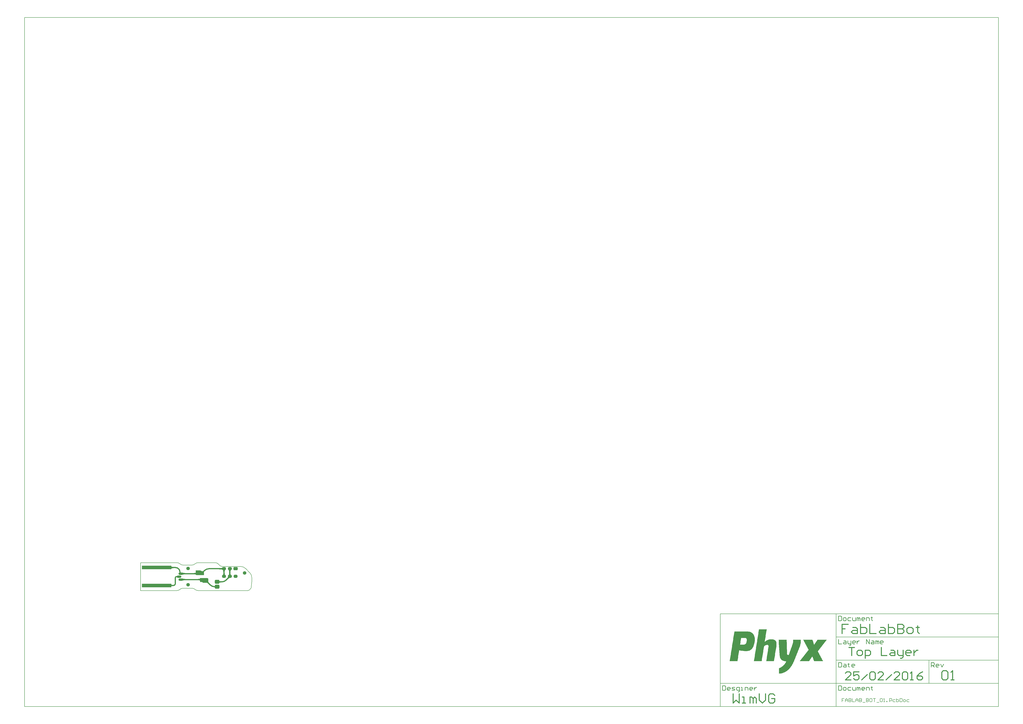
<source format=gtl>
G04 Layer_Physical_Order=1*
G04 Layer_Color=48896*
%FSLAX25Y25*%
%MOIN*%
G70*
G01*
G75*
%ADD10C,0.01969*%
%ADD11R,0.50000X0.05906*%
%ADD12C,0.01575*%
%ADD13C,0.00787*%
%ADD14C,0.00984*%
%ADD15R,0.07264X0.06890*%
%ADD16R,0.07284X0.06890*%
G04:AMPARAMS|DCode=17|XSize=70.87mil|YSize=55.12mil|CornerRadius=13.78mil|HoleSize=0mil|Usage=FLASHONLY|Rotation=180.000|XOffset=0mil|YOffset=0mil|HoleType=Round|Shape=RoundedRectangle|*
%AMROUNDEDRECTD17*
21,1,0.07087,0.02756,0,0,180.0*
21,1,0.04331,0.05512,0,0,180.0*
1,1,0.02756,-0.02165,0.01378*
1,1,0.02756,0.02165,0.01378*
1,1,0.02756,0.02165,-0.01378*
1,1,0.02756,-0.02165,-0.01378*
%
%ADD17ROUNDEDRECTD17*%
%ADD18O,0.07087X0.05512*%
%ADD19O,0.07874X0.03937*%
%ADD20O,0.07874X0.03937*%
%ADD21R,0.06890X0.06890*%
%ADD22C,0.05906*%
G04:AMPARAMS|DCode=23|XSize=78.74mil|YSize=68.9mil|CornerRadius=17.22mil|HoleSize=0mil|Usage=FLASHONLY|Rotation=0.000|XOffset=0mil|YOffset=0mil|HoleType=Round|Shape=RoundedRectangle|*
%AMROUNDEDRECTD23*
21,1,0.07874,0.03445,0,0,0.0*
21,1,0.04429,0.06890,0,0,0.0*
1,1,0.03445,0.02215,-0.01722*
1,1,0.03445,-0.02215,-0.01722*
1,1,0.03445,-0.02215,0.01722*
1,1,0.03445,0.02215,0.01722*
%
%ADD23ROUNDEDRECTD23*%
G36*
X100910Y16654D02*
X100851Y16841D01*
X100673Y17008D01*
X100377Y17155D01*
X99963Y17284D01*
X99430Y17392D01*
X98779Y17480D01*
X97123Y17598D01*
X94992Y17638D01*
Y19606D01*
X96117Y19616D01*
X99430Y19852D01*
X99963Y19961D01*
X100377Y20089D01*
X100673Y20236D01*
X100851Y20403D01*
X100910Y20591D01*
Y16654D01*
D02*
G37*
G36*
X71455Y20353D02*
X71980Y20196D01*
X72557Y20058D01*
X73872Y19837D01*
X74609Y19754D01*
X77139Y19615D01*
X78088Y19606D01*
Y17638D01*
X77139Y17629D01*
X73872Y17407D01*
X73188Y17306D01*
X71980Y17048D01*
X71455Y16891D01*
X70983Y16716D01*
Y20528D01*
X71455Y20353D01*
D02*
G37*
G36*
X151498Y21271D02*
X151301Y21315D01*
X151026Y21258D01*
X150676Y21099D01*
X150249Y20839D01*
X149746Y20476D01*
X148511Y19445D01*
X146970Y18007D01*
X146086Y17135D01*
X144556Y18389D01*
X145384Y19230D01*
X147658Y21811D01*
X147966Y22260D01*
X148170Y22631D01*
X148270Y22923D01*
X148266Y23137D01*
X148158Y23272D01*
X151498Y21271D01*
D02*
G37*
G36*
X52510Y9721D02*
X52612Y9697D01*
X52781Y9676D01*
X53324Y9642D01*
X55866Y9606D01*
Y7638D01*
X52476Y7496D01*
Y9748D01*
X52510Y9721D01*
D02*
G37*
G36*
X113462Y21075D02*
X114279Y20736D01*
X114805Y20333D01*
X114961Y20177D01*
Y15023D01*
X115028Y14877D01*
X115283Y14473D01*
X115647Y13984D01*
X116698Y12749D01*
X119086Y10259D01*
X117507Y9054D01*
X116607Y9942D01*
X113333Y12816D01*
X112924Y13076D01*
X112687Y13189D01*
X107194D01*
X106472Y13284D01*
X105572Y13657D01*
X104994Y14100D01*
X104823Y14272D01*
Y17532D01*
X103894Y17598D01*
X101765Y17638D01*
Y19606D01*
X102887Y19611D01*
X104823Y19742D01*
Y21161D01*
X112805D01*
X113462Y21075D01*
D02*
G37*
G36*
X133891Y16117D02*
X134021Y16040D01*
X134238Y15971D01*
X134541Y15912D01*
X134931Y15862D01*
X135971Y15789D01*
X138181Y15748D01*
Y13780D01*
X137357Y13775D01*
X134238Y13556D01*
X134021Y13488D01*
X133891Y13410D01*
X133848Y13323D01*
Y16204D01*
X133891Y16117D01*
D02*
G37*
G36*
X71455Y30353D02*
X71980Y30196D01*
X72557Y30058D01*
X73872Y29837D01*
X74609Y29754D01*
X77139Y29616D01*
X78088Y29606D01*
Y27638D01*
X77139Y27629D01*
X73872Y27407D01*
X73188Y27306D01*
X71980Y27048D01*
X71455Y26891D01*
X70983Y26716D01*
Y30528D01*
X71455Y30353D01*
D02*
G37*
G36*
X139026Y35049D02*
X138960Y35234D01*
X138764Y35400D01*
X138436Y35546D01*
X137977Y35673D01*
X137387Y35780D01*
X136666Y35868D01*
X134830Y35985D01*
X132471Y36024D01*
Y37992D01*
X133716Y38002D01*
X137387Y38236D01*
X137977Y38343D01*
X138436Y38470D01*
X138764Y38616D01*
X138960Y38782D01*
X139026Y38967D01*
Y35049D01*
D02*
G37*
G36*
X52535Y40797D02*
X52713Y40630D01*
X53009Y40482D01*
X53423Y40354D01*
X53955Y40246D01*
X54606Y40157D01*
X56263Y40039D01*
X58394Y40000D01*
Y38032D01*
X57269Y38022D01*
X53955Y37785D01*
X53423Y37677D01*
X53009Y37549D01*
X52713Y37402D01*
X52535Y37234D01*
X52476Y37047D01*
Y40984D01*
X52535Y40797D01*
D02*
G37*
G36*
X102190Y33960D02*
X103089Y33588D01*
X103667Y33144D01*
X103839Y32972D01*
Y26083D01*
X95857D01*
X95200Y26169D01*
X94382Y26508D01*
X93857Y26911D01*
X93701Y27067D01*
Y27212D01*
X93682Y27242D01*
X93505Y27325D01*
X93209Y27398D01*
X92796Y27462D01*
X91615Y27560D01*
X88957Y27633D01*
X87835Y27638D01*
Y29606D01*
X88959Y29616D01*
X92272Y29852D01*
X92804Y29961D01*
X93219Y30089D01*
X93515Y30236D01*
X93693Y30404D01*
X93701Y30428D01*
Y34055D01*
X101467D01*
X102190Y33960D01*
D02*
G37*
G36*
X143509Y34477D02*
X143343Y34291D01*
X143196Y33983D01*
X143069Y33551D01*
X142961Y32995D01*
X142873Y32316D01*
X142771Y30821D01*
X142961Y28029D01*
X143069Y27473D01*
X143196Y27041D01*
X143343Y26732D01*
X143509Y26547D01*
X143695Y26485D01*
X139769D01*
X139955Y26547D01*
X140122Y26732D01*
X140269Y27041D01*
X140396Y27473D01*
X140503Y28029D01*
X140592Y28708D01*
X140693Y30203D01*
X140503Y32995D01*
X140396Y33551D01*
X140269Y33983D01*
X140122Y34291D01*
X139955Y34477D01*
X139769Y34538D01*
X143695D01*
X143509Y34477D01*
D02*
G37*
G36*
X153352D02*
X153185Y34291D01*
X153039Y33983D01*
X152911Y33551D01*
X152804Y32995D01*
X152716Y32316D01*
X152614Y30821D01*
X152804Y28029D01*
X152911Y27473D01*
X153039Y27041D01*
X153185Y26732D01*
X153352Y26547D01*
X153538Y26485D01*
X149612D01*
X149798Y26547D01*
X149964Y26732D01*
X150111Y27041D01*
X150238Y27473D01*
X150346Y28029D01*
X150434Y28708D01*
X150536Y30203D01*
X150346Y32995D01*
X150238Y33551D01*
X150111Y33983D01*
X149964Y34291D01*
X149798Y34477D01*
X149612Y34538D01*
X153538D01*
X153352Y34477D01*
D02*
G37*
G36*
X1121080Y-83717D02*
Y-84003D01*
Y-84290D01*
Y-84576D01*
Y-84862D01*
Y-85149D01*
Y-85435D01*
Y-85721D01*
Y-86007D01*
Y-86294D01*
Y-86580D01*
Y-86866D01*
Y-87153D01*
Y-87439D01*
Y-87725D01*
Y-88012D01*
Y-88298D01*
Y-88584D01*
Y-88871D01*
Y-89157D01*
Y-89443D01*
X1120793D01*
Y-89730D01*
Y-90016D01*
Y-90302D01*
Y-90588D01*
Y-90875D01*
X1120507D01*
Y-91161D01*
Y-91448D01*
Y-91734D01*
Y-92020D01*
X1120221D01*
Y-92306D01*
Y-92593D01*
Y-92879D01*
Y-93165D01*
X1119934D01*
Y-93452D01*
Y-93738D01*
Y-94024D01*
X1119648D01*
Y-94311D01*
Y-94597D01*
Y-94883D01*
X1119362D01*
Y-95170D01*
Y-95456D01*
Y-95742D01*
X1119075D01*
Y-96029D01*
Y-96315D01*
Y-96601D01*
X1118789D01*
Y-96887D01*
Y-97174D01*
X1118503D01*
Y-97460D01*
Y-97746D01*
X1118217D01*
Y-98033D01*
Y-98319D01*
Y-98605D01*
X1117930D01*
Y-98892D01*
Y-99178D01*
X1117644D01*
Y-99464D01*
Y-99751D01*
Y-100037D01*
X1117358D01*
Y-100323D01*
Y-100610D01*
X1117071D01*
Y-100896D01*
Y-101182D01*
Y-101468D01*
X1116785D01*
Y-101755D01*
Y-102041D01*
X1116499D01*
Y-102327D01*
Y-102614D01*
Y-102900D01*
X1116212D01*
Y-103186D01*
Y-103473D01*
X1115926D01*
Y-103759D01*
Y-104045D01*
Y-104332D01*
X1115640D01*
Y-104618D01*
Y-104904D01*
X1115353D01*
Y-105191D01*
Y-105477D01*
Y-105763D01*
X1115067D01*
Y-106049D01*
Y-106336D01*
X1114781D01*
Y-106622D01*
Y-106908D01*
Y-107195D01*
X1114494D01*
Y-107481D01*
Y-107767D01*
X1114208D01*
Y-108054D01*
Y-108340D01*
Y-108626D01*
X1113922D01*
Y-108913D01*
Y-109199D01*
X1113636D01*
Y-109485D01*
Y-109772D01*
Y-110058D01*
X1113349D01*
Y-110344D01*
Y-110630D01*
X1113063D01*
Y-110917D01*
Y-111203D01*
Y-111489D01*
X1112776D01*
Y-111776D01*
Y-112062D01*
X1112490D01*
Y-112348D01*
Y-112635D01*
Y-112921D01*
X1112204D01*
Y-113207D01*
Y-113494D01*
X1111918D01*
Y-113780D01*
Y-114066D01*
Y-114353D01*
X1111631D01*
Y-114639D01*
Y-114925D01*
X1111345D01*
Y-115211D01*
Y-115498D01*
Y-115784D01*
X1111059D01*
Y-116070D01*
Y-116357D01*
X1110772D01*
Y-116643D01*
Y-116929D01*
Y-117216D01*
X1110486D01*
Y-117502D01*
Y-117788D01*
X1110200D01*
Y-118075D01*
Y-118361D01*
Y-118647D01*
X1109913D01*
Y-118933D01*
Y-119220D01*
X1109627D01*
Y-119506D01*
Y-119792D01*
Y-120079D01*
X1109341D01*
Y-120365D01*
Y-120651D01*
X1109054D01*
Y-120938D01*
Y-121224D01*
X1108768D01*
Y-121510D01*
Y-121797D01*
X1108482D01*
Y-122083D01*
Y-122369D01*
Y-122656D01*
X1108195D01*
Y-122942D01*
X1107909D01*
Y-123228D01*
Y-123514D01*
Y-123801D01*
X1107623D01*
Y-124087D01*
X1107337D01*
Y-124373D01*
Y-124660D01*
X1107050D01*
Y-124946D01*
Y-125232D01*
X1106764D01*
Y-125519D01*
Y-125805D01*
X1106478D01*
Y-126091D01*
Y-126378D01*
X1106191D01*
Y-126664D01*
X1105905D01*
Y-126950D01*
Y-127237D01*
X1105619D01*
Y-127523D01*
Y-127809D01*
X1105332D01*
Y-128095D01*
X1105046D01*
Y-128382D01*
X1104760D01*
Y-128668D01*
Y-128954D01*
X1104473D01*
Y-129241D01*
X1104187D01*
Y-129527D01*
Y-129813D01*
X1103901D01*
Y-130100D01*
X1103615D01*
Y-130386D01*
X1103328D01*
Y-130672D01*
Y-130959D01*
X1103042D01*
Y-131245D01*
X1102756D01*
Y-131531D01*
X1102469D01*
Y-131818D01*
X1102183D01*
Y-132104D01*
X1101897D01*
Y-132390D01*
Y-132676D01*
X1101610D01*
Y-132963D01*
X1101324D01*
Y-133249D01*
X1101038D01*
Y-133535D01*
X1100751D01*
Y-133822D01*
X1100465D01*
Y-134108D01*
X1100179D01*
Y-134394D01*
X1099892D01*
Y-134681D01*
X1099320D01*
Y-134967D01*
X1099034D01*
Y-135253D01*
X1098747D01*
Y-135540D01*
X1098461D01*
Y-135826D01*
X1098175D01*
Y-136112D01*
X1097602D01*
Y-136399D01*
X1097316D01*
Y-136685D01*
X1096743D01*
Y-136971D01*
X1096457D01*
Y-137258D01*
X1095884D01*
Y-137544D01*
X1095598D01*
Y-137830D01*
X1095025D01*
Y-138117D01*
X1094452D01*
Y-138403D01*
X1093880D01*
Y-138689D01*
X1093307D01*
Y-138975D01*
X1092735D01*
Y-139262D01*
X1091876D01*
Y-139548D01*
X1091303D01*
Y-139834D01*
X1090444D01*
Y-140121D01*
X1089299D01*
Y-140407D01*
X1088154D01*
Y-140693D01*
X1086436D01*
Y-140980D01*
X1084432D01*
Y-141266D01*
X1084145D01*
Y-140980D01*
Y-140693D01*
Y-140407D01*
Y-140121D01*
Y-139834D01*
Y-139548D01*
Y-139262D01*
Y-138975D01*
Y-138689D01*
Y-138403D01*
Y-138117D01*
Y-137830D01*
Y-137544D01*
Y-137258D01*
Y-136971D01*
Y-136685D01*
Y-136399D01*
Y-136112D01*
Y-135826D01*
Y-135540D01*
Y-135253D01*
Y-134967D01*
Y-134681D01*
Y-134394D01*
Y-134108D01*
Y-133822D01*
Y-133535D01*
Y-133249D01*
Y-132963D01*
Y-132676D01*
Y-132390D01*
Y-132104D01*
Y-131818D01*
X1084718D01*
Y-131531D01*
X1085291D01*
Y-131245D01*
X1085863D01*
Y-130959D01*
X1086436D01*
Y-130672D01*
X1087008D01*
Y-130386D01*
X1087581D01*
Y-130100D01*
X1087867D01*
Y-129813D01*
X1088440D01*
Y-129527D01*
X1088726D01*
Y-129241D01*
X1089299D01*
Y-128954D01*
X1089585D01*
Y-128668D01*
X1089872D01*
Y-128382D01*
X1090444D01*
Y-128095D01*
X1090730D01*
Y-127809D01*
X1091017D01*
Y-127523D01*
X1091303D01*
Y-127237D01*
X1091589D01*
Y-126950D01*
X1091876D01*
Y-126664D01*
X1092162D01*
Y-126378D01*
X1092448D01*
Y-126091D01*
X1092735D01*
Y-125805D01*
X1093021D01*
Y-125519D01*
X1093307D01*
Y-125232D01*
X1093594D01*
Y-124946D01*
Y-124660D01*
X1093880D01*
Y-124373D01*
X1094166D01*
Y-124087D01*
X1094452D01*
Y-123801D01*
Y-123514D01*
X1094739D01*
Y-123228D01*
X1095025D01*
Y-122942D01*
Y-122656D01*
X1095311D01*
Y-122369D01*
Y-122083D01*
X1095598D01*
Y-121797D01*
X1095884D01*
Y-121510D01*
Y-121224D01*
X1096170D01*
Y-120938D01*
Y-120651D01*
X1096457D01*
Y-120365D01*
Y-120079D01*
X1094739D01*
Y-119792D01*
X1092735D01*
Y-119506D01*
X1091589D01*
Y-119220D01*
X1091017D01*
Y-118933D01*
X1090158D01*
Y-118647D01*
X1089585D01*
Y-118361D01*
X1089299D01*
Y-118075D01*
X1088726D01*
Y-117788D01*
X1088440D01*
Y-117502D01*
X1088154D01*
Y-117216D01*
X1087867D01*
Y-116929D01*
X1087581D01*
Y-116643D01*
X1087295D01*
Y-116357D01*
Y-116070D01*
X1087008D01*
Y-115784D01*
X1086722D01*
Y-115498D01*
Y-115211D01*
X1086436D01*
Y-114925D01*
Y-114639D01*
X1086149D01*
Y-114353D01*
Y-114066D01*
X1085863D01*
Y-113780D01*
Y-113494D01*
Y-113207D01*
X1085577D01*
Y-112921D01*
Y-112635D01*
Y-112348D01*
Y-112062D01*
X1085291D01*
Y-111776D01*
Y-111489D01*
Y-111203D01*
Y-110917D01*
Y-110630D01*
Y-110344D01*
Y-110058D01*
X1085004D01*
Y-109772D01*
Y-109485D01*
Y-109199D01*
Y-108913D01*
Y-108626D01*
Y-108340D01*
Y-108054D01*
Y-107767D01*
Y-107481D01*
Y-107195D01*
Y-106908D01*
Y-106622D01*
Y-106336D01*
Y-106049D01*
Y-105763D01*
X1084718D01*
Y-105477D01*
Y-105191D01*
Y-104904D01*
Y-104618D01*
Y-104332D01*
Y-104045D01*
Y-103759D01*
Y-103473D01*
Y-103186D01*
Y-102900D01*
Y-102614D01*
Y-102327D01*
Y-102041D01*
Y-101755D01*
Y-101468D01*
X1084432D01*
Y-101182D01*
Y-100896D01*
Y-100610D01*
Y-100323D01*
Y-100037D01*
Y-99751D01*
Y-99464D01*
Y-99178D01*
Y-98892D01*
Y-98605D01*
Y-98319D01*
Y-98033D01*
Y-97746D01*
Y-97460D01*
Y-97174D01*
Y-96887D01*
X1084145D01*
Y-96601D01*
Y-96315D01*
Y-96029D01*
Y-95742D01*
Y-95456D01*
Y-95170D01*
Y-94883D01*
Y-94597D01*
Y-94311D01*
Y-94024D01*
Y-93738D01*
Y-93452D01*
Y-93165D01*
Y-92879D01*
Y-92593D01*
Y-92306D01*
X1083859D01*
Y-92020D01*
Y-91734D01*
Y-91448D01*
Y-91161D01*
Y-90875D01*
Y-90588D01*
Y-90302D01*
Y-90016D01*
Y-89730D01*
Y-89443D01*
Y-89157D01*
Y-88871D01*
Y-88584D01*
Y-88298D01*
X1083573D01*
Y-88012D01*
Y-87725D01*
Y-87439D01*
Y-87153D01*
Y-86866D01*
Y-86580D01*
Y-86294D01*
Y-86007D01*
Y-85721D01*
Y-85435D01*
Y-85149D01*
Y-84862D01*
Y-84576D01*
Y-84290D01*
Y-84003D01*
Y-83717D01*
X1083286D01*
Y-83431D01*
X1097029D01*
Y-83717D01*
Y-84003D01*
Y-84290D01*
Y-84576D01*
Y-84862D01*
Y-85149D01*
Y-85435D01*
Y-85721D01*
Y-86007D01*
Y-86294D01*
Y-86580D01*
Y-86866D01*
Y-87153D01*
Y-87439D01*
X1097316D01*
Y-87725D01*
Y-88012D01*
Y-88298D01*
Y-88584D01*
Y-88871D01*
Y-89157D01*
Y-89443D01*
Y-89730D01*
Y-90016D01*
Y-90302D01*
Y-90588D01*
Y-90875D01*
Y-91161D01*
Y-91448D01*
Y-91734D01*
Y-92020D01*
Y-92306D01*
Y-92593D01*
Y-92879D01*
Y-93165D01*
Y-93452D01*
Y-93738D01*
Y-94024D01*
Y-94311D01*
Y-94597D01*
Y-94883D01*
Y-95170D01*
Y-95456D01*
Y-95742D01*
Y-96029D01*
Y-96315D01*
Y-96601D01*
Y-96887D01*
Y-97174D01*
Y-97460D01*
Y-97746D01*
Y-98033D01*
Y-98319D01*
Y-98605D01*
Y-98892D01*
Y-99178D01*
X1097602D01*
Y-99464D01*
X1097316D01*
Y-99751D01*
Y-100037D01*
X1097602D01*
Y-100323D01*
Y-100610D01*
Y-100896D01*
Y-101182D01*
Y-101468D01*
Y-101755D01*
Y-102041D01*
Y-102327D01*
Y-102614D01*
Y-102900D01*
Y-103186D01*
Y-103473D01*
Y-103759D01*
Y-104045D01*
Y-104332D01*
Y-104618D01*
Y-104904D01*
Y-105191D01*
Y-105477D01*
Y-105763D01*
Y-106049D01*
Y-106336D01*
Y-106622D01*
Y-106908D01*
Y-107195D01*
Y-107481D01*
X1097888D01*
Y-107767D01*
Y-108054D01*
Y-108340D01*
X1098175D01*
Y-108626D01*
X1098461D01*
Y-108913D01*
X1098747D01*
Y-109199D01*
X1099606D01*
Y-109485D01*
X1100465D01*
Y-109199D01*
X1100751D01*
Y-108913D01*
Y-108626D01*
Y-108340D01*
X1101038D01*
Y-108054D01*
Y-107767D01*
X1101324D01*
Y-107481D01*
Y-107195D01*
Y-106908D01*
X1101610D01*
Y-106622D01*
Y-106336D01*
Y-106049D01*
X1101897D01*
Y-105763D01*
Y-105477D01*
Y-105191D01*
X1102183D01*
Y-104904D01*
Y-104618D01*
Y-104332D01*
X1102469D01*
Y-104045D01*
Y-103759D01*
X1102756D01*
Y-103473D01*
Y-103186D01*
Y-102900D01*
X1103042D01*
Y-102614D01*
Y-102327D01*
Y-102041D01*
X1103328D01*
Y-101755D01*
Y-101468D01*
Y-101182D01*
X1103615D01*
Y-100896D01*
Y-100610D01*
X1103901D01*
Y-100323D01*
Y-100037D01*
Y-99751D01*
X1104187D01*
Y-99464D01*
Y-99178D01*
Y-98892D01*
X1104473D01*
Y-98605D01*
Y-98319D01*
Y-98033D01*
X1104760D01*
Y-97746D01*
Y-97460D01*
X1105046D01*
Y-97174D01*
Y-96887D01*
Y-96601D01*
X1105332D01*
Y-96315D01*
Y-96029D01*
Y-95742D01*
X1105619D01*
Y-95456D01*
Y-95170D01*
Y-94883D01*
X1105905D01*
Y-94597D01*
Y-94311D01*
X1106191D01*
Y-94024D01*
Y-93738D01*
Y-93452D01*
X1106478D01*
Y-93165D01*
Y-92879D01*
Y-92593D01*
X1106764D01*
Y-92306D01*
Y-92020D01*
Y-91734D01*
X1107050D01*
Y-91448D01*
Y-91161D01*
Y-90875D01*
Y-90588D01*
X1107337D01*
Y-90302D01*
Y-90016D01*
Y-89730D01*
Y-89443D01*
X1107623D01*
Y-89157D01*
Y-88871D01*
Y-88584D01*
Y-88298D01*
Y-88012D01*
X1107909D01*
Y-87725D01*
Y-87439D01*
Y-87153D01*
Y-86866D01*
Y-86580D01*
Y-86294D01*
X1108195D01*
Y-86007D01*
Y-85721D01*
Y-85435D01*
Y-85149D01*
Y-84862D01*
Y-84576D01*
Y-84290D01*
Y-84003D01*
Y-83717D01*
Y-83431D01*
X1121080D01*
Y-83717D01*
D02*
G37*
G36*
X1063244Y-66252D02*
Y-66538D01*
X1062958D01*
Y-66825D01*
Y-67111D01*
Y-67397D01*
Y-67684D01*
Y-67970D01*
Y-68256D01*
X1062672D01*
Y-68542D01*
Y-68829D01*
Y-69115D01*
Y-69401D01*
Y-69688D01*
Y-69974D01*
X1062385D01*
Y-70260D01*
Y-70547D01*
Y-70833D01*
Y-71119D01*
Y-71406D01*
Y-71692D01*
Y-71978D01*
X1062099D01*
Y-72264D01*
Y-72551D01*
Y-72837D01*
Y-73123D01*
Y-73410D01*
Y-73696D01*
X1061813D01*
Y-73982D01*
Y-74269D01*
Y-74555D01*
Y-74841D01*
Y-75128D01*
Y-75414D01*
X1061526D01*
Y-75700D01*
Y-75987D01*
Y-76273D01*
Y-76559D01*
Y-76846D01*
Y-77132D01*
Y-77418D01*
X1061240D01*
Y-77704D01*
Y-77991D01*
Y-78277D01*
Y-78563D01*
Y-78850D01*
Y-79136D01*
X1060954D01*
Y-79422D01*
Y-79709D01*
Y-79995D01*
Y-80281D01*
Y-80568D01*
Y-80854D01*
X1060668D01*
Y-81140D01*
Y-81427D01*
Y-81713D01*
Y-81999D01*
Y-82285D01*
Y-82572D01*
X1060381D01*
Y-82858D01*
Y-83144D01*
Y-83431D01*
Y-83717D01*
Y-84003D01*
Y-84290D01*
Y-84576D01*
X1060095D01*
Y-84862D01*
Y-85149D01*
Y-85435D01*
Y-85721D01*
Y-86007D01*
Y-86294D01*
X1059809D01*
Y-86580D01*
Y-86866D01*
X1060381D01*
Y-86580D01*
X1060668D01*
Y-86294D01*
X1060954D01*
Y-86007D01*
X1061526D01*
Y-85721D01*
X1061813D01*
Y-85435D01*
X1062099D01*
Y-85149D01*
X1062672D01*
Y-84862D01*
X1063244D01*
Y-84576D01*
X1063531D01*
Y-84290D01*
X1064103D01*
Y-84003D01*
X1064962D01*
Y-83717D01*
X1065535D01*
Y-83431D01*
X1066394D01*
Y-83144D01*
X1067825D01*
Y-82858D01*
X1074124D01*
Y-83144D01*
X1075270D01*
Y-83431D01*
X1076128D01*
Y-83717D01*
X1076701D01*
Y-84003D01*
X1076987D01*
Y-84290D01*
X1077560D01*
Y-84576D01*
X1077846D01*
Y-84862D01*
X1078133D01*
Y-85149D01*
X1078419D01*
Y-85435D01*
X1078705D01*
Y-85721D01*
Y-86007D01*
X1078992D01*
Y-86294D01*
Y-86580D01*
X1079278D01*
Y-86866D01*
Y-87153D01*
Y-87439D01*
X1079564D01*
Y-87725D01*
Y-88012D01*
Y-88298D01*
Y-88584D01*
X1079850D01*
Y-88871D01*
Y-89157D01*
Y-89443D01*
Y-89730D01*
Y-90016D01*
Y-90302D01*
Y-90588D01*
Y-90875D01*
Y-91161D01*
Y-91448D01*
Y-91734D01*
Y-92020D01*
Y-92306D01*
Y-92593D01*
Y-92879D01*
Y-93165D01*
Y-93452D01*
Y-93738D01*
X1079564D01*
Y-94024D01*
Y-94311D01*
Y-94597D01*
Y-94883D01*
Y-95170D01*
Y-95456D01*
Y-95742D01*
X1079278D01*
Y-96029D01*
Y-96315D01*
Y-96601D01*
Y-96887D01*
Y-97174D01*
Y-97460D01*
Y-97746D01*
X1078992D01*
Y-98033D01*
Y-98319D01*
Y-98605D01*
Y-98892D01*
Y-99178D01*
Y-99464D01*
X1078705D01*
Y-99751D01*
Y-100037D01*
Y-100323D01*
Y-100610D01*
Y-100896D01*
Y-101182D01*
X1078419D01*
Y-101468D01*
Y-101755D01*
Y-102041D01*
Y-102327D01*
Y-102614D01*
Y-102900D01*
X1078133D01*
Y-103186D01*
Y-103473D01*
Y-103759D01*
Y-104045D01*
Y-104332D01*
Y-104618D01*
Y-104904D01*
X1077846D01*
Y-105191D01*
Y-105477D01*
Y-105763D01*
Y-106049D01*
Y-106336D01*
Y-106622D01*
X1077560D01*
Y-106908D01*
Y-107195D01*
Y-107481D01*
Y-107767D01*
Y-108054D01*
Y-108340D01*
X1077274D01*
Y-108626D01*
Y-108913D01*
Y-109199D01*
Y-109485D01*
Y-109772D01*
Y-110058D01*
Y-110344D01*
X1076987D01*
Y-110630D01*
Y-110917D01*
Y-111203D01*
Y-111489D01*
Y-111776D01*
Y-112062D01*
X1076701D01*
Y-112348D01*
Y-112635D01*
Y-112921D01*
Y-113207D01*
Y-113494D01*
Y-113780D01*
X1076415D01*
Y-114066D01*
Y-114353D01*
Y-114639D01*
Y-114925D01*
Y-115211D01*
Y-115498D01*
X1076128D01*
Y-115784D01*
Y-116070D01*
Y-116357D01*
Y-116643D01*
Y-116929D01*
Y-117216D01*
Y-117502D01*
X1075842D01*
Y-117788D01*
Y-118075D01*
Y-118361D01*
Y-118647D01*
Y-118933D01*
Y-119220D01*
X1075556D01*
Y-119506D01*
Y-119792D01*
X1062385D01*
Y-119506D01*
Y-119220D01*
X1062672D01*
Y-118933D01*
Y-118647D01*
Y-118361D01*
Y-118075D01*
Y-117788D01*
Y-117502D01*
X1062958D01*
Y-117216D01*
Y-116929D01*
Y-116643D01*
Y-116357D01*
Y-116070D01*
Y-115784D01*
Y-115498D01*
X1063244D01*
Y-115211D01*
Y-114925D01*
Y-114639D01*
Y-114353D01*
Y-114066D01*
Y-113780D01*
X1063531D01*
Y-113494D01*
Y-113207D01*
Y-112921D01*
Y-112635D01*
Y-112348D01*
Y-112062D01*
X1063817D01*
Y-111776D01*
Y-111489D01*
Y-111203D01*
Y-110917D01*
Y-110630D01*
Y-110344D01*
Y-110058D01*
X1064103D01*
Y-109772D01*
Y-109485D01*
Y-109199D01*
Y-108913D01*
Y-108626D01*
Y-108340D01*
X1064390D01*
Y-108054D01*
Y-107767D01*
Y-107481D01*
Y-107195D01*
Y-106908D01*
Y-106622D01*
Y-106336D01*
X1064676D01*
Y-106049D01*
Y-105763D01*
Y-105477D01*
Y-105191D01*
Y-104904D01*
Y-104618D01*
X1064962D01*
Y-104332D01*
Y-104045D01*
Y-103759D01*
Y-103473D01*
Y-103186D01*
Y-102900D01*
X1065249D01*
Y-102614D01*
Y-102327D01*
Y-102041D01*
Y-101755D01*
Y-101468D01*
Y-101182D01*
X1065535D01*
Y-100896D01*
Y-100610D01*
Y-100323D01*
Y-100037D01*
Y-99751D01*
Y-99464D01*
Y-99178D01*
X1065821D01*
Y-98892D01*
Y-98605D01*
Y-98319D01*
Y-98033D01*
Y-97746D01*
Y-97460D01*
X1066107D01*
Y-97174D01*
Y-96887D01*
Y-96601D01*
Y-96315D01*
Y-96029D01*
Y-95742D01*
Y-95456D01*
X1066394D01*
Y-95170D01*
Y-94883D01*
Y-94597D01*
Y-94311D01*
Y-94024D01*
Y-93738D01*
X1066107D01*
Y-93452D01*
Y-93165D01*
X1065821D01*
Y-92879D01*
X1065535D01*
Y-92593D01*
X1064962D01*
Y-92306D01*
X1063244D01*
Y-92593D01*
X1061813D01*
Y-92879D01*
X1060954D01*
Y-93165D01*
X1060381D01*
Y-93452D01*
X1060095D01*
Y-93738D01*
X1059522D01*
Y-94024D01*
X1059236D01*
Y-94311D01*
X1058950D01*
Y-94597D01*
Y-94883D01*
X1058663D01*
Y-95170D01*
Y-95456D01*
Y-95742D01*
X1058377D01*
Y-96029D01*
Y-96315D01*
Y-96601D01*
Y-96887D01*
Y-97174D01*
Y-97460D01*
X1058091D01*
Y-97746D01*
Y-98033D01*
Y-98319D01*
Y-98605D01*
Y-98892D01*
Y-99178D01*
Y-99464D01*
X1057804D01*
Y-99751D01*
Y-100037D01*
Y-100323D01*
Y-100610D01*
Y-100896D01*
Y-101182D01*
X1057518D01*
Y-101468D01*
Y-101755D01*
Y-102041D01*
Y-102327D01*
Y-102614D01*
Y-102900D01*
X1057232D01*
Y-103186D01*
Y-103473D01*
Y-103759D01*
Y-104045D01*
Y-104332D01*
Y-104618D01*
X1056946D01*
Y-104904D01*
Y-105191D01*
Y-105477D01*
Y-105763D01*
Y-106049D01*
Y-106336D01*
Y-106622D01*
X1056659D01*
Y-106908D01*
Y-107195D01*
Y-107481D01*
Y-107767D01*
Y-108054D01*
Y-108340D01*
X1056373D01*
Y-108626D01*
Y-108913D01*
Y-109199D01*
Y-109485D01*
Y-109772D01*
Y-110058D01*
X1056087D01*
Y-110344D01*
Y-110630D01*
Y-110917D01*
Y-111203D01*
Y-111489D01*
Y-111776D01*
Y-112062D01*
X1055800D01*
Y-112348D01*
Y-112635D01*
Y-112921D01*
Y-113207D01*
Y-113494D01*
Y-113780D01*
X1055514D01*
Y-114066D01*
Y-114353D01*
Y-114639D01*
Y-114925D01*
Y-115211D01*
Y-115498D01*
X1055228D01*
Y-115784D01*
Y-116070D01*
Y-116357D01*
Y-116643D01*
Y-116929D01*
Y-117216D01*
X1054941D01*
Y-117502D01*
Y-117788D01*
Y-118075D01*
Y-118361D01*
Y-118647D01*
Y-118933D01*
Y-119220D01*
X1054655D01*
Y-119506D01*
Y-119792D01*
X1041485D01*
Y-119506D01*
Y-119220D01*
X1041771D01*
Y-118933D01*
Y-118647D01*
Y-118361D01*
Y-118075D01*
Y-117788D01*
Y-117502D01*
Y-117216D01*
X1042057D01*
Y-116929D01*
Y-116643D01*
Y-116357D01*
Y-116070D01*
Y-115784D01*
Y-115498D01*
X1042344D01*
Y-115211D01*
Y-114925D01*
Y-114639D01*
Y-114353D01*
Y-114066D01*
Y-113780D01*
X1042630D01*
Y-113494D01*
Y-113207D01*
Y-112921D01*
Y-112635D01*
Y-112348D01*
Y-112062D01*
Y-111776D01*
X1042916D01*
Y-111489D01*
Y-111203D01*
Y-110917D01*
Y-110630D01*
Y-110344D01*
Y-110058D01*
X1043202D01*
Y-109772D01*
Y-109485D01*
Y-109199D01*
Y-108913D01*
Y-108626D01*
Y-108340D01*
X1043489D01*
Y-108054D01*
Y-107767D01*
Y-107481D01*
Y-107195D01*
Y-106908D01*
Y-106622D01*
X1043775D01*
Y-106336D01*
Y-106049D01*
Y-105763D01*
Y-105477D01*
Y-105191D01*
Y-104904D01*
Y-104618D01*
X1044061D01*
Y-104332D01*
Y-104045D01*
Y-103759D01*
Y-103473D01*
Y-103186D01*
Y-102900D01*
X1044348D01*
Y-102614D01*
Y-102327D01*
Y-102041D01*
Y-101755D01*
Y-101468D01*
Y-101182D01*
X1044634D01*
Y-100896D01*
Y-100610D01*
Y-100323D01*
Y-100037D01*
Y-99751D01*
Y-99464D01*
Y-99178D01*
X1044920D01*
Y-98892D01*
Y-98605D01*
Y-98319D01*
Y-98033D01*
Y-97746D01*
Y-97460D01*
X1045207D01*
Y-97174D01*
Y-96887D01*
Y-96601D01*
Y-96315D01*
Y-96029D01*
Y-95742D01*
X1045493D01*
Y-95456D01*
Y-95170D01*
Y-94883D01*
Y-94597D01*
Y-94311D01*
Y-94024D01*
X1045779D01*
Y-93738D01*
Y-93452D01*
Y-93165D01*
Y-92879D01*
Y-92593D01*
Y-92306D01*
Y-92020D01*
X1046066D01*
Y-91734D01*
Y-91448D01*
Y-91161D01*
Y-90875D01*
Y-90588D01*
Y-90302D01*
X1046352D01*
Y-90016D01*
Y-89730D01*
Y-89443D01*
Y-89157D01*
Y-88871D01*
Y-88584D01*
X1046638D01*
Y-88298D01*
Y-88012D01*
Y-87725D01*
Y-87439D01*
Y-87153D01*
Y-86866D01*
X1046925D01*
Y-86580D01*
Y-86294D01*
Y-86007D01*
Y-85721D01*
Y-85435D01*
Y-85149D01*
Y-84862D01*
X1047211D01*
Y-84576D01*
Y-84290D01*
Y-84003D01*
Y-83717D01*
Y-83431D01*
Y-83144D01*
X1047497D01*
Y-82858D01*
Y-82572D01*
Y-82285D01*
Y-81999D01*
Y-81713D01*
Y-81427D01*
X1047783D01*
Y-81140D01*
Y-80854D01*
Y-80568D01*
Y-80281D01*
Y-79995D01*
Y-79709D01*
Y-79422D01*
X1048070D01*
Y-79136D01*
Y-78850D01*
Y-78563D01*
Y-78277D01*
Y-77991D01*
Y-77704D01*
X1048356D01*
Y-77418D01*
Y-77132D01*
Y-76846D01*
Y-76559D01*
Y-76273D01*
Y-75987D01*
X1048642D01*
Y-75700D01*
Y-75414D01*
Y-75128D01*
Y-74841D01*
Y-74555D01*
Y-74269D01*
X1048929D01*
Y-73982D01*
Y-73696D01*
Y-73410D01*
Y-73123D01*
Y-72837D01*
Y-72551D01*
Y-72264D01*
X1049215D01*
Y-71978D01*
Y-71692D01*
Y-71406D01*
Y-71119D01*
Y-70833D01*
Y-70547D01*
X1049501D01*
Y-70260D01*
Y-69974D01*
Y-69688D01*
Y-69401D01*
Y-69115D01*
Y-68829D01*
X1049788D01*
Y-68542D01*
Y-68256D01*
Y-67970D01*
Y-67684D01*
Y-67397D01*
Y-67111D01*
Y-66825D01*
X1050074D01*
Y-66538D01*
Y-66252D01*
Y-65966D01*
X1063244D01*
Y-66252D01*
D02*
G37*
G36*
X1032036Y-69688D02*
X1033754D01*
Y-69974D01*
X1034613D01*
Y-70260D01*
X1035472D01*
Y-70547D01*
X1036331D01*
Y-70833D01*
X1036904D01*
Y-71119D01*
X1037190D01*
Y-71406D01*
X1037763D01*
Y-71692D01*
X1038049D01*
Y-71978D01*
X1038622D01*
Y-72264D01*
X1038908D01*
Y-72551D01*
X1039194D01*
Y-72837D01*
X1039480D01*
Y-73123D01*
X1039767D01*
Y-73410D01*
X1040053D01*
Y-73696D01*
X1040339D01*
Y-73982D01*
Y-74269D01*
X1040626D01*
Y-74555D01*
X1040912D01*
Y-74841D01*
Y-75128D01*
X1041198D01*
Y-75414D01*
X1041485D01*
Y-75700D01*
Y-75987D01*
X1041771D01*
Y-76273D01*
Y-76559D01*
Y-76846D01*
X1042057D01*
Y-77132D01*
Y-77418D01*
Y-77704D01*
X1042344D01*
Y-77991D01*
Y-78277D01*
Y-78563D01*
Y-78850D01*
X1042630D01*
Y-79136D01*
Y-79422D01*
Y-79709D01*
Y-79995D01*
Y-80281D01*
X1042916D01*
Y-80568D01*
Y-80854D01*
Y-81140D01*
Y-81427D01*
Y-81713D01*
Y-81999D01*
Y-82285D01*
Y-82572D01*
Y-82858D01*
Y-83144D01*
Y-83431D01*
Y-83717D01*
Y-84003D01*
Y-84290D01*
Y-84576D01*
Y-84862D01*
Y-85149D01*
Y-85435D01*
Y-85721D01*
Y-86007D01*
X1042630D01*
Y-86294D01*
Y-86580D01*
Y-86866D01*
Y-87153D01*
Y-87439D01*
Y-87725D01*
Y-88012D01*
X1042344D01*
Y-88298D01*
Y-88584D01*
Y-88871D01*
Y-89157D01*
Y-89443D01*
X1042057D01*
Y-89730D01*
Y-90016D01*
Y-90302D01*
Y-90588D01*
Y-90875D01*
X1041771D01*
Y-91161D01*
Y-91448D01*
Y-91734D01*
X1041485D01*
Y-92020D01*
Y-92306D01*
Y-92593D01*
Y-92879D01*
X1041198D01*
Y-93165D01*
Y-93452D01*
Y-93738D01*
X1040912D01*
Y-94024D01*
Y-94311D01*
X1040626D01*
Y-94597D01*
Y-94883D01*
Y-95170D01*
X1040339D01*
Y-95456D01*
Y-95742D01*
X1040053D01*
Y-96029D01*
Y-96315D01*
X1039767D01*
Y-96601D01*
Y-96887D01*
X1039480D01*
Y-97174D01*
X1039194D01*
Y-97460D01*
Y-97746D01*
X1038908D01*
Y-98033D01*
X1038622D01*
Y-98319D01*
X1038335D01*
Y-98605D01*
Y-98892D01*
X1038049D01*
Y-99178D01*
X1037763D01*
Y-99464D01*
X1037476D01*
Y-99751D01*
X1037190D01*
Y-100037D01*
X1036904D01*
Y-100323D01*
X1036331D01*
Y-100610D01*
X1036045D01*
Y-100896D01*
X1035472D01*
Y-101182D01*
X1035186D01*
Y-101468D01*
X1034613D01*
Y-101755D01*
X1033754D01*
Y-102041D01*
X1032895D01*
Y-102327D01*
X1032036D01*
Y-102614D01*
X1030318D01*
Y-102900D01*
X1025165D01*
Y-102614D01*
X1022588D01*
Y-102327D01*
X1020584D01*
Y-102041D01*
X1019152D01*
Y-101755D01*
X1017721D01*
Y-101468D01*
X1016289D01*
Y-101755D01*
Y-102041D01*
Y-102327D01*
Y-102614D01*
Y-102900D01*
Y-103186D01*
Y-103473D01*
X1016003D01*
Y-103759D01*
Y-104045D01*
Y-104332D01*
Y-104618D01*
Y-104904D01*
Y-105191D01*
X1015716D01*
Y-105477D01*
Y-105763D01*
Y-106049D01*
Y-106336D01*
Y-106622D01*
Y-106908D01*
X1015430D01*
Y-107195D01*
Y-107481D01*
Y-107767D01*
Y-108054D01*
Y-108340D01*
Y-108626D01*
Y-108913D01*
X1015144D01*
Y-109199D01*
Y-109485D01*
Y-109772D01*
Y-110058D01*
Y-110344D01*
Y-110630D01*
X1014857D01*
Y-110917D01*
Y-111203D01*
Y-111489D01*
Y-111776D01*
Y-112062D01*
Y-112348D01*
X1014571D01*
Y-112635D01*
Y-112921D01*
Y-113207D01*
Y-113494D01*
Y-113780D01*
Y-114066D01*
Y-114353D01*
X1014285D01*
Y-114639D01*
Y-114925D01*
Y-115211D01*
Y-115498D01*
Y-115784D01*
Y-116070D01*
X1013999D01*
Y-116357D01*
Y-116643D01*
Y-116929D01*
Y-117216D01*
Y-117502D01*
Y-117788D01*
X1013712D01*
Y-118075D01*
Y-118361D01*
Y-118647D01*
Y-118933D01*
Y-119220D01*
Y-119506D01*
Y-119792D01*
X1000256D01*
Y-119506D01*
X1000542D01*
Y-119220D01*
Y-118933D01*
Y-118647D01*
Y-118361D01*
Y-118075D01*
X1000828D01*
Y-117788D01*
Y-117502D01*
Y-117216D01*
Y-116929D01*
Y-116643D01*
Y-116357D01*
Y-116070D01*
X1001114D01*
Y-115784D01*
Y-115498D01*
Y-115211D01*
Y-114925D01*
Y-114639D01*
Y-114353D01*
X1001401D01*
Y-114066D01*
Y-113780D01*
Y-113494D01*
Y-113207D01*
Y-112921D01*
Y-112635D01*
X1001687D01*
Y-112348D01*
Y-112062D01*
Y-111776D01*
Y-111489D01*
Y-111203D01*
Y-110917D01*
Y-110630D01*
X1001974D01*
Y-110344D01*
Y-110058D01*
Y-109772D01*
Y-109485D01*
Y-109199D01*
Y-108913D01*
X1002260D01*
Y-108626D01*
Y-108340D01*
Y-108054D01*
Y-107767D01*
Y-107481D01*
Y-107195D01*
X1002546D01*
Y-106908D01*
Y-106622D01*
Y-106336D01*
Y-106049D01*
Y-105763D01*
Y-105477D01*
X1002832D01*
Y-105191D01*
Y-104904D01*
Y-104618D01*
Y-104332D01*
Y-104045D01*
Y-103759D01*
Y-103473D01*
X1003119D01*
Y-103186D01*
Y-102900D01*
Y-102614D01*
Y-102327D01*
Y-102041D01*
Y-101755D01*
X1003405D01*
Y-101468D01*
Y-101182D01*
Y-100896D01*
Y-100610D01*
Y-100323D01*
Y-100037D01*
X1003691D01*
Y-99751D01*
Y-99464D01*
Y-99178D01*
Y-98892D01*
Y-98605D01*
Y-98319D01*
X1003978D01*
Y-98033D01*
Y-97746D01*
Y-97460D01*
Y-97174D01*
Y-96887D01*
Y-96601D01*
Y-96315D01*
X1004264D01*
Y-96029D01*
Y-95742D01*
Y-95456D01*
Y-95170D01*
Y-94883D01*
Y-94597D01*
X1004550D01*
Y-94311D01*
Y-94024D01*
Y-93738D01*
Y-93452D01*
Y-93165D01*
Y-92879D01*
X1004837D01*
Y-92593D01*
Y-92306D01*
Y-92020D01*
Y-91734D01*
Y-91448D01*
Y-91161D01*
Y-90875D01*
X1005123D01*
Y-90588D01*
Y-90302D01*
Y-90016D01*
Y-89730D01*
Y-89443D01*
Y-89157D01*
X1005409D01*
Y-88871D01*
Y-88584D01*
Y-88298D01*
Y-88012D01*
Y-87725D01*
Y-87439D01*
X1005696D01*
Y-87153D01*
Y-86866D01*
Y-86580D01*
Y-86294D01*
Y-86007D01*
Y-85721D01*
X1005982D01*
Y-85435D01*
Y-85149D01*
Y-84862D01*
Y-84576D01*
Y-84290D01*
Y-84003D01*
Y-83717D01*
X1006268D01*
Y-83431D01*
Y-83144D01*
Y-82858D01*
Y-82572D01*
Y-82285D01*
Y-81999D01*
X1006555D01*
Y-81713D01*
Y-81427D01*
Y-81140D01*
Y-80854D01*
Y-80568D01*
Y-80281D01*
X1006841D01*
Y-79995D01*
Y-79709D01*
Y-79422D01*
Y-79136D01*
Y-78850D01*
Y-78563D01*
Y-78277D01*
X1007127D01*
Y-77991D01*
Y-77704D01*
Y-77418D01*
Y-77132D01*
Y-76846D01*
Y-76559D01*
X1007413D01*
Y-76273D01*
Y-75987D01*
Y-75700D01*
Y-75414D01*
Y-75128D01*
Y-74841D01*
X1007700D01*
Y-74555D01*
Y-74269D01*
Y-73982D01*
Y-73696D01*
Y-73410D01*
Y-73123D01*
Y-72837D01*
X1007986D01*
Y-72551D01*
Y-72264D01*
Y-71978D01*
Y-71692D01*
Y-71406D01*
Y-71119D01*
X1008272D01*
Y-70833D01*
Y-70547D01*
Y-70260D01*
Y-69974D01*
Y-69688D01*
Y-69401D01*
X1032036D01*
Y-69688D01*
D02*
G37*
G36*
X1165172Y-83717D02*
X1164886D01*
Y-84003D01*
X1164599D01*
Y-84290D01*
Y-84576D01*
X1164313D01*
Y-84862D01*
X1164027D01*
Y-85149D01*
X1163740D01*
Y-85435D01*
Y-85721D01*
X1163454D01*
Y-86007D01*
X1163168D01*
Y-86294D01*
X1162881D01*
Y-86580D01*
X1162595D01*
Y-86866D01*
Y-87153D01*
X1162309D01*
Y-87439D01*
X1162022D01*
Y-87725D01*
X1161736D01*
Y-88012D01*
Y-88298D01*
X1161450D01*
Y-88584D01*
X1161163D01*
Y-88871D01*
X1160877D01*
Y-89157D01*
X1160591D01*
Y-89443D01*
Y-89730D01*
X1160305D01*
Y-90016D01*
X1160018D01*
Y-90302D01*
X1159732D01*
Y-90588D01*
Y-90875D01*
X1159445D01*
Y-91161D01*
X1159159D01*
Y-91448D01*
X1158873D01*
Y-91734D01*
Y-92020D01*
X1158587D01*
Y-92306D01*
X1158300D01*
Y-92593D01*
X1158014D01*
Y-92879D01*
X1157728D01*
Y-93165D01*
Y-93452D01*
X1157441D01*
Y-93738D01*
X1157155D01*
Y-94024D01*
X1156869D01*
Y-94311D01*
Y-94597D01*
X1156582D01*
Y-94883D01*
X1156296D01*
Y-95170D01*
X1156010D01*
Y-95456D01*
Y-95742D01*
X1155723D01*
Y-96029D01*
X1155437D01*
Y-96315D01*
X1155151D01*
Y-96601D01*
X1154865D01*
Y-96887D01*
Y-97174D01*
X1154578D01*
Y-97460D01*
X1154292D01*
Y-97746D01*
X1154006D01*
Y-98033D01*
Y-98319D01*
X1153719D01*
Y-98605D01*
X1153433D01*
Y-98892D01*
X1153147D01*
Y-99178D01*
Y-99464D01*
X1152860D01*
Y-99751D01*
X1152574D01*
Y-100037D01*
X1152288D01*
Y-100323D01*
X1152001D01*
Y-100610D01*
Y-100896D01*
X1151715D01*
Y-101182D01*
X1151429D01*
Y-101468D01*
X1151142D01*
Y-101755D01*
Y-102041D01*
X1150856D01*
Y-102327D01*
X1150570D01*
Y-102614D01*
X1150284D01*
Y-102900D01*
X1149997D01*
Y-103186D01*
Y-103473D01*
X1150284D01*
Y-103759D01*
Y-104045D01*
X1150570D01*
Y-104332D01*
Y-104618D01*
X1150856D01*
Y-104904D01*
X1151142D01*
Y-105191D01*
Y-105477D01*
X1151429D01*
Y-105763D01*
Y-106049D01*
X1151715D01*
Y-106336D01*
Y-106622D01*
X1152001D01*
Y-106908D01*
Y-107195D01*
X1152288D01*
Y-107481D01*
Y-107767D01*
X1152574D01*
Y-108054D01*
Y-108340D01*
X1152860D01*
Y-108626D01*
Y-108913D01*
X1153147D01*
Y-109199D01*
Y-109485D01*
X1153433D01*
Y-109772D01*
X1153719D01*
Y-110058D01*
Y-110344D01*
X1154006D01*
Y-110630D01*
Y-110917D01*
X1154292D01*
Y-111203D01*
Y-111489D01*
X1154578D01*
Y-111776D01*
Y-112062D01*
X1154865D01*
Y-112348D01*
Y-112635D01*
X1155151D01*
Y-112921D01*
Y-113207D01*
X1155437D01*
Y-113494D01*
Y-113780D01*
X1155723D01*
Y-114066D01*
X1156010D01*
Y-114353D01*
Y-114639D01*
X1156296D01*
Y-114925D01*
Y-115211D01*
X1156582D01*
Y-115498D01*
Y-115784D01*
X1156869D01*
Y-116070D01*
Y-116357D01*
X1157155D01*
Y-116643D01*
Y-116929D01*
X1157441D01*
Y-117216D01*
Y-117502D01*
X1157728D01*
Y-117788D01*
Y-118075D01*
X1158014D01*
Y-118361D01*
X1158300D01*
Y-118647D01*
Y-118933D01*
X1158587D01*
Y-119220D01*
Y-119506D01*
X1158873D01*
Y-119792D01*
X1143698D01*
Y-119506D01*
X1143412D01*
Y-119220D01*
Y-118933D01*
Y-118647D01*
X1143126D01*
Y-118361D01*
Y-118075D01*
Y-117788D01*
X1142839D01*
Y-117502D01*
Y-117216D01*
X1142553D01*
Y-116929D01*
Y-116643D01*
Y-116357D01*
X1142267D01*
Y-116070D01*
Y-115784D01*
Y-115498D01*
X1141980D01*
Y-115211D01*
Y-114925D01*
X1141694D01*
Y-114639D01*
Y-114353D01*
Y-114066D01*
X1141408D01*
Y-113780D01*
Y-113494D01*
Y-113207D01*
X1141121D01*
Y-112921D01*
Y-112635D01*
Y-112348D01*
X1140835D01*
Y-112062D01*
X1140263D01*
Y-112348D01*
Y-112635D01*
X1139976D01*
Y-112921D01*
X1139690D01*
Y-113207D01*
Y-113494D01*
X1139404D01*
Y-113780D01*
X1139117D01*
Y-114066D01*
Y-114353D01*
X1138831D01*
Y-114639D01*
X1138545D01*
Y-114925D01*
Y-115211D01*
X1138258D01*
Y-115498D01*
X1137972D01*
Y-115784D01*
X1137686D01*
Y-116070D01*
Y-116357D01*
X1137399D01*
Y-116643D01*
X1137113D01*
Y-116929D01*
Y-117216D01*
X1136827D01*
Y-117502D01*
X1136541D01*
Y-117788D01*
Y-118075D01*
X1136254D01*
Y-118361D01*
X1135968D01*
Y-118647D01*
Y-118933D01*
X1135682D01*
Y-119220D01*
X1135395D01*
Y-119506D01*
Y-119792D01*
X1119362D01*
Y-119506D01*
X1119648D01*
Y-119220D01*
X1119934D01*
Y-118933D01*
X1120221D01*
Y-118647D01*
X1120507D01*
Y-118361D01*
Y-118075D01*
X1120793D01*
Y-117788D01*
X1121080D01*
Y-117502D01*
X1121366D01*
Y-117216D01*
X1121652D01*
Y-116929D01*
Y-116643D01*
X1121939D01*
Y-116357D01*
X1122225D01*
Y-116070D01*
X1122511D01*
Y-115784D01*
Y-115498D01*
X1122797D01*
Y-115211D01*
X1123084D01*
Y-114925D01*
X1123370D01*
Y-114639D01*
X1123656D01*
Y-114353D01*
Y-114066D01*
X1123943D01*
Y-113780D01*
X1124229D01*
Y-113494D01*
X1124515D01*
Y-113207D01*
X1124802D01*
Y-112921D01*
Y-112635D01*
X1125088D01*
Y-112348D01*
X1125374D01*
Y-112062D01*
X1125661D01*
Y-111776D01*
Y-111489D01*
X1125947D01*
Y-111203D01*
X1126233D01*
Y-110917D01*
X1126519D01*
Y-110630D01*
X1126806D01*
Y-110344D01*
Y-110058D01*
X1127092D01*
Y-109772D01*
X1127378D01*
Y-109485D01*
X1127665D01*
Y-109199D01*
Y-108913D01*
X1127951D01*
Y-108626D01*
X1128237D01*
Y-108340D01*
X1128524D01*
Y-108054D01*
X1128810D01*
Y-107767D01*
Y-107481D01*
X1129096D01*
Y-107195D01*
X1129383D01*
Y-106908D01*
X1129669D01*
Y-106622D01*
Y-106336D01*
X1129955D01*
Y-106049D01*
X1130242D01*
Y-105763D01*
X1130528D01*
Y-105477D01*
X1130814D01*
Y-105191D01*
Y-104904D01*
X1131100D01*
Y-104618D01*
X1131387D01*
Y-104332D01*
X1131673D01*
Y-104045D01*
X1131960D01*
Y-103759D01*
Y-103473D01*
X1132246D01*
Y-103186D01*
X1132532D01*
Y-102900D01*
X1132818D01*
Y-102614D01*
Y-102327D01*
X1133105D01*
Y-102041D01*
X1133391D01*
Y-101755D01*
X1133677D01*
Y-101468D01*
X1133964D01*
Y-101182D01*
Y-100896D01*
X1134250D01*
Y-100610D01*
Y-100323D01*
Y-100037D01*
X1133964D01*
Y-99751D01*
X1133677D01*
Y-99464D01*
Y-99178D01*
X1133391D01*
Y-98892D01*
Y-98605D01*
X1133105D01*
Y-98319D01*
Y-98033D01*
X1132818D01*
Y-97746D01*
Y-97460D01*
X1132532D01*
Y-97174D01*
Y-96887D01*
X1132246D01*
Y-96601D01*
Y-96315D01*
X1131960D01*
Y-96029D01*
X1131673D01*
Y-95742D01*
Y-95456D01*
X1131387D01*
Y-95170D01*
Y-94883D01*
X1131100D01*
Y-94597D01*
Y-94311D01*
X1130814D01*
Y-94024D01*
Y-93738D01*
X1130528D01*
Y-93452D01*
Y-93165D01*
X1130242D01*
Y-92879D01*
Y-92593D01*
X1129955D01*
Y-92306D01*
X1129669D01*
Y-92020D01*
Y-91734D01*
X1129383D01*
Y-91448D01*
Y-91161D01*
X1129096D01*
Y-90875D01*
Y-90588D01*
X1128810D01*
Y-90302D01*
Y-90016D01*
X1128524D01*
Y-89730D01*
Y-89443D01*
X1128237D01*
Y-89157D01*
Y-88871D01*
X1127951D01*
Y-88584D01*
Y-88298D01*
X1127665D01*
Y-88012D01*
X1127378D01*
Y-87725D01*
Y-87439D01*
X1127092D01*
Y-87153D01*
Y-86866D01*
X1126806D01*
Y-86580D01*
Y-86294D01*
X1126519D01*
Y-86007D01*
Y-85721D01*
X1126233D01*
Y-85435D01*
Y-85149D01*
X1125947D01*
Y-84862D01*
Y-84576D01*
X1125661D01*
Y-84290D01*
X1125374D01*
Y-84003D01*
Y-83717D01*
X1125088D01*
Y-83431D01*
X1140835D01*
Y-83717D01*
X1141121D01*
Y-84003D01*
Y-84290D01*
Y-84576D01*
X1141408D01*
Y-84862D01*
Y-85149D01*
Y-85435D01*
X1141694D01*
Y-85721D01*
Y-86007D01*
Y-86294D01*
X1141980D01*
Y-86580D01*
Y-86866D01*
Y-87153D01*
X1142267D01*
Y-87439D01*
Y-87725D01*
Y-88012D01*
X1142553D01*
Y-88298D01*
Y-88584D01*
Y-88871D01*
X1142839D01*
Y-89157D01*
Y-89443D01*
Y-89730D01*
X1143126D01*
Y-90016D01*
Y-90302D01*
Y-90588D01*
X1143412D01*
Y-90875D01*
Y-91161D01*
Y-91448D01*
Y-91734D01*
X1143985D01*
Y-91448D01*
X1144271D01*
Y-91161D01*
X1144557D01*
Y-90875D01*
Y-90588D01*
X1144844D01*
Y-90302D01*
X1145130D01*
Y-90016D01*
Y-89730D01*
X1145416D01*
Y-89443D01*
X1145702D01*
Y-89157D01*
Y-88871D01*
X1145989D01*
Y-88584D01*
X1146275D01*
Y-88298D01*
Y-88012D01*
X1146561D01*
Y-87725D01*
X1146848D01*
Y-87439D01*
Y-87153D01*
X1147134D01*
Y-86866D01*
X1147420D01*
Y-86580D01*
Y-86294D01*
X1147707D01*
Y-86007D01*
X1147993D01*
Y-85721D01*
Y-85435D01*
X1148279D01*
Y-85149D01*
X1148566D01*
Y-84862D01*
Y-84576D01*
X1148852D01*
Y-84290D01*
X1149138D01*
Y-84003D01*
Y-83717D01*
X1149425D01*
Y-83431D01*
X1165172D01*
Y-83717D01*
D02*
G37*
%LPC*%
G36*
X1027742Y-80568D02*
X1019725D01*
Y-80854D01*
Y-81140D01*
Y-81427D01*
Y-81713D01*
Y-81999D01*
X1019438D01*
Y-82285D01*
Y-82572D01*
Y-82858D01*
Y-83144D01*
Y-83431D01*
Y-83717D01*
X1019152D01*
Y-84003D01*
Y-84290D01*
Y-84576D01*
Y-84862D01*
Y-85149D01*
Y-85435D01*
X1018866D01*
Y-85721D01*
Y-86007D01*
Y-86294D01*
Y-86580D01*
Y-86866D01*
Y-87153D01*
X1018580D01*
Y-87439D01*
Y-87725D01*
Y-88012D01*
Y-88298D01*
Y-88584D01*
Y-88871D01*
Y-89157D01*
X1018293D01*
Y-89443D01*
Y-89730D01*
Y-90016D01*
Y-90302D01*
Y-90588D01*
Y-90875D01*
X1018007D01*
Y-91161D01*
Y-91448D01*
Y-91734D01*
X1025165D01*
Y-91448D01*
X1026310D01*
Y-91161D01*
X1026883D01*
Y-90875D01*
X1027169D01*
Y-90588D01*
X1027455D01*
Y-90302D01*
X1027742D01*
Y-90016D01*
X1028028D01*
Y-89730D01*
Y-89443D01*
X1028314D01*
Y-89157D01*
Y-88871D01*
X1028601D01*
Y-88584D01*
Y-88298D01*
X1028887D01*
Y-88012D01*
Y-87725D01*
Y-87439D01*
Y-87153D01*
X1029173D01*
Y-86866D01*
Y-86580D01*
Y-86294D01*
Y-86007D01*
Y-85721D01*
X1029459D01*
Y-85435D01*
Y-85149D01*
Y-84862D01*
Y-84576D01*
Y-84290D01*
Y-84003D01*
Y-83717D01*
Y-83431D01*
Y-83144D01*
Y-82858D01*
Y-82572D01*
X1029173D01*
Y-82285D01*
Y-81999D01*
X1028887D01*
Y-81713D01*
Y-81427D01*
X1028601D01*
Y-81140D01*
X1028314D01*
Y-80854D01*
X1027742D01*
Y-80568D01*
D02*
G37*
%LPD*%
D10*
X115953Y37008D02*
G03*
X108882Y34079I0J-10000D01*
G01*
X61024Y23622D02*
G03*
X59055Y21654I0J-1969D01*
G01*
X66929Y31496D02*
G03*
X59409Y39016I-7520J0D01*
G01*
X55866Y8622D02*
G03*
X59055Y11811I0J3189D01*
G01*
X138181Y14764D02*
G03*
X145252Y17693I0J10000D01*
G01*
X118528Y9425D02*
G03*
X125599Y6496I7071J7071D01*
G01*
X109331Y18622D02*
X111290Y16662D01*
X66929Y28622D02*
Y31496D01*
Y28622D02*
X103425D01*
X151575Y24016D02*
Y37008D01*
X106354Y31551D02*
X108882Y34079D01*
X115748Y37008D02*
X141732D01*
Y24016D02*
Y37008D01*
X61024Y23622D02*
X66929D01*
X59055Y11811D02*
Y21654D01*
X27500Y39016D02*
X59409D01*
X27500Y8622D02*
X55866D01*
X145252Y17693D02*
X151575Y24016D01*
X129921Y14764D02*
X138181D01*
X111290Y16662D02*
X118528Y9425D01*
X66929Y18622D02*
X109331D01*
X125599Y6496D02*
X129921D01*
D11*
X27500Y8622D02*
D03*
Y39016D02*
D03*
D12*
X1202756Y-96461D02*
X1211939D01*
X1207348D01*
Y-110236D01*
X1218827D02*
X1223419D01*
X1225714Y-107940D01*
Y-103349D01*
X1223419Y-101053D01*
X1218827D01*
X1216531Y-103349D01*
Y-107940D01*
X1218827Y-110236D01*
X1230306Y-114828D02*
Y-101053D01*
X1237194D01*
X1239489Y-103349D01*
Y-107940D01*
X1237194Y-110236D01*
X1230306D01*
X1257856Y-96461D02*
Y-110236D01*
X1267040D01*
X1273927Y-101053D02*
X1278519D01*
X1280815Y-103349D01*
Y-110236D01*
X1273927D01*
X1271631Y-107940D01*
X1273927Y-105645D01*
X1280815D01*
X1285406Y-101053D02*
Y-107940D01*
X1287702Y-110236D01*
X1294590D01*
Y-112532D01*
X1292294Y-114828D01*
X1289998D01*
X1294590Y-110236D02*
Y-101053D01*
X1306069Y-110236D02*
X1301477D01*
X1299181Y-107940D01*
Y-103349D01*
X1301477Y-101053D01*
X1306069D01*
X1308365Y-103349D01*
Y-105645D01*
X1299181D01*
X1312957Y-101053D02*
Y-110236D01*
Y-105645D01*
X1315252Y-103349D01*
X1317548Y-101053D01*
X1319844D01*
X1201440Y-57092D02*
X1190945D01*
Y-64963D01*
X1196192D01*
X1190945D01*
Y-72835D01*
X1209312Y-62339D02*
X1214559D01*
X1217183Y-64963D01*
Y-72835D01*
X1209312D01*
X1206688Y-70211D01*
X1209312Y-67587D01*
X1217183D01*
X1222431Y-57092D02*
Y-72835D01*
X1230302D01*
X1232926Y-70211D01*
Y-67587D01*
Y-64963D01*
X1230302Y-62339D01*
X1222431D01*
X1238174Y-57092D02*
Y-72835D01*
X1248669D01*
X1256540Y-62339D02*
X1261788D01*
X1264412Y-64963D01*
Y-72835D01*
X1256540D01*
X1253917Y-70211D01*
X1256540Y-67587D01*
X1264412D01*
X1269660Y-57092D02*
Y-72835D01*
X1277531D01*
X1280155Y-70211D01*
Y-67587D01*
Y-64963D01*
X1277531Y-62339D01*
X1269660D01*
X1285402Y-57092D02*
Y-72835D01*
X1293274D01*
X1295898Y-70211D01*
Y-67587D01*
X1293274Y-64963D01*
X1285402D01*
X1293274D01*
X1295898Y-62339D01*
Y-59715D01*
X1293274Y-57092D01*
X1285402D01*
X1303769Y-72835D02*
X1309017D01*
X1311641Y-70211D01*
Y-64963D01*
X1309017Y-62339D01*
X1303769D01*
X1301145Y-64963D01*
Y-70211D01*
X1303769Y-72835D01*
X1319512Y-59715D02*
Y-62339D01*
X1316888D01*
X1322136D01*
X1319512D01*
Y-70211D01*
X1322136Y-72835D01*
X1206034Y-151575D02*
X1196850D01*
X1206034Y-142391D01*
Y-140096D01*
X1203738Y-137800D01*
X1199146D01*
X1196850Y-140096D01*
X1219809Y-137800D02*
X1210625D01*
Y-144687D01*
X1215217Y-142391D01*
X1217513D01*
X1219809Y-144687D01*
Y-149279D01*
X1217513Y-151575D01*
X1212921D01*
X1210625Y-149279D01*
X1224401Y-151575D02*
X1233584Y-142391D01*
X1238176Y-140096D02*
X1240471Y-137800D01*
X1245063D01*
X1247359Y-140096D01*
Y-149279D01*
X1245063Y-151575D01*
X1240471D01*
X1238176Y-149279D01*
Y-140096D01*
X1261134Y-151575D02*
X1251951D01*
X1261134Y-142391D01*
Y-140096D01*
X1258838Y-137800D01*
X1254247D01*
X1251951Y-140096D01*
X1265726Y-151575D02*
X1274909Y-142391D01*
X1288684Y-151575D02*
X1279501D01*
X1288684Y-142391D01*
Y-140096D01*
X1286388Y-137800D01*
X1281797D01*
X1279501Y-140096D01*
X1293276D02*
X1295572Y-137800D01*
X1300163D01*
X1302459Y-140096D01*
Y-149279D01*
X1300163Y-151575D01*
X1295572D01*
X1293276Y-149279D01*
Y-140096D01*
X1307051Y-151575D02*
X1311643D01*
X1309347D01*
Y-137800D01*
X1307051Y-140096D01*
X1327714Y-137800D02*
X1323122Y-140096D01*
X1318530Y-144687D01*
Y-149279D01*
X1320826Y-151575D01*
X1325418D01*
X1327714Y-149279D01*
Y-146983D01*
X1325418Y-144687D01*
X1318530D01*
X1360236Y-138456D02*
X1362860Y-135832D01*
X1368108D01*
X1370732Y-138456D01*
Y-148951D01*
X1368108Y-151575D01*
X1362860D01*
X1360236Y-148951D01*
Y-138456D01*
X1375979Y-151575D02*
X1381227D01*
X1378603D01*
Y-135832D01*
X1375979Y-138456D01*
X1005906Y-175202D02*
Y-190945D01*
X1011153Y-185697D01*
X1016401Y-190945D01*
Y-175202D01*
X1021649Y-190945D02*
X1026896D01*
X1024272D01*
Y-180450D01*
X1021649D01*
X1034768Y-190945D02*
Y-180450D01*
X1037391D01*
X1040015Y-183073D01*
Y-190945D01*
Y-183073D01*
X1042639Y-180450D01*
X1045263Y-183073D01*
Y-190945D01*
X1050511Y-175202D02*
Y-185697D01*
X1055758Y-190945D01*
X1061006Y-185697D01*
Y-175202D01*
X1076749Y-177826D02*
X1074125Y-175202D01*
X1068877D01*
X1066253Y-177826D01*
Y-188321D01*
X1068877Y-190945D01*
X1074125D01*
X1076749Y-188321D01*
Y-183073D01*
X1071501D01*
D13*
X131870Y45295D02*
G03*
X127165Y47244I-4705J-4705D01*
G01*
X134646Y42520D02*
G03*
X138448Y40945I3802J3802D01*
G01*
X66929Y45276D02*
G03*
X62177Y47244I-4752J-4752D01*
G01*
X66929Y45276D02*
G03*
X71681Y43307I4752J4752D01*
G01*
X87767D02*
G03*
X92520Y45276I0J6721D01*
G01*
X97272Y47244D02*
G03*
X92520Y45276I0J-6721D01*
G01*
Y1969D02*
G03*
X97272Y0I4752J4752D01*
G01*
X92520Y1969D02*
G03*
X87767Y3937I-4752J-4752D01*
G01*
X71681D02*
G03*
X66929Y1969I0J-6721D01*
G01*
X62177Y0D02*
G03*
X66929Y1969I0J6721D01*
G01*
X182677Y0D02*
G03*
X184693Y835I0J2851D01*
G01*
X186498Y2640D02*
G03*
X188177Y6694I-4054J4054D01*
G01*
X188976Y21772D02*
G03*
X185441Y30307I-12071J0D01*
G01*
X178339Y37409D02*
G03*
X169803Y40945I-8535J-8535D01*
G01*
X97272Y47244D02*
X127165D01*
X131870Y45295D02*
X134646Y42520D01*
X138448Y40945D02*
X169803D01*
X0Y0D02*
Y47244D01*
X71681Y43307D02*
X87767D01*
X0Y47244D02*
X62177D01*
X0Y0D02*
X62177D01*
X71681Y3937D02*
X87767D01*
X97272Y0D02*
X182677D01*
X184693Y835D02*
X186221Y2362D01*
X188177Y6694D02*
X188976Y16142D01*
X186221Y2362D02*
X186498Y2640D01*
X188976Y16142D02*
Y21772D01*
X178339Y37409D02*
X185441Y30307D01*
X-196850Y-196850D02*
X1456693D01*
X-196850D02*
Y972441D01*
X1456693Y-196850D02*
Y972441D01*
X-196850D02*
X1456693D01*
X1181102Y-196850D02*
Y-39370D01*
X984252Y-196850D02*
Y-39370D01*
X1456693D01*
X984252Y-157480D02*
X1456693D01*
X1181102Y-118110D02*
X1456693D01*
X1181102Y-78740D02*
X1456693D01*
X1338583Y-157480D02*
Y-118110D01*
X1194881Y-183073D02*
X1190945D01*
Y-186025D01*
X1192913D01*
X1190945D01*
Y-188976D01*
X1196848D02*
Y-185041D01*
X1198816Y-183073D01*
X1200784Y-185041D01*
Y-188976D01*
Y-186025D01*
X1196848D01*
X1202752Y-183073D02*
Y-188976D01*
X1205704D01*
X1206688Y-187993D01*
Y-187009D01*
X1205704Y-186025D01*
X1202752D01*
X1205704D01*
X1206688Y-185041D01*
Y-184057D01*
X1205704Y-183073D01*
X1202752D01*
X1208656D02*
Y-188976D01*
X1212591D01*
X1214559D02*
Y-185041D01*
X1216527Y-183073D01*
X1218495Y-185041D01*
Y-188976D01*
Y-186025D01*
X1214559D01*
X1220463Y-183073D02*
Y-188976D01*
X1223415D01*
X1224399Y-187993D01*
Y-187009D01*
X1223415Y-186025D01*
X1220463D01*
X1223415D01*
X1224399Y-185041D01*
Y-184057D01*
X1223415Y-183073D01*
X1220463D01*
X1226367Y-189960D02*
X1230302D01*
X1232270Y-183073D02*
Y-188976D01*
X1235222D01*
X1236206Y-187993D01*
Y-187009D01*
X1235222Y-186025D01*
X1232270D01*
X1235222D01*
X1236206Y-185041D01*
Y-184057D01*
X1235222Y-183073D01*
X1232270D01*
X1241125D02*
X1239158D01*
X1238174Y-184057D01*
Y-187993D01*
X1239158Y-188976D01*
X1241125D01*
X1242109Y-187993D01*
Y-184057D01*
X1241125Y-183073D01*
X1244077D02*
X1248013D01*
X1246045D01*
Y-188976D01*
X1249981Y-189960D02*
X1253917D01*
X1255884Y-184057D02*
X1256868Y-183073D01*
X1258836D01*
X1259820Y-184057D01*
Y-187993D01*
X1258836Y-188976D01*
X1256868D01*
X1255884Y-187993D01*
Y-184057D01*
X1261788Y-188976D02*
X1263756D01*
X1262772D01*
Y-183073D01*
X1261788Y-184057D01*
X1266708Y-188976D02*
Y-187993D01*
X1267692D01*
Y-188976D01*
X1266708D01*
X1271627D02*
Y-183073D01*
X1274579D01*
X1275563Y-184057D01*
Y-186025D01*
X1274579Y-187009D01*
X1271627D01*
X1281467Y-185041D02*
X1278515D01*
X1277531Y-186025D01*
Y-187993D01*
X1278515Y-188976D01*
X1281467D01*
X1283435Y-183073D02*
Y-188976D01*
X1286386D01*
X1287370Y-187993D01*
Y-187009D01*
Y-186025D01*
X1286386Y-185041D01*
X1283435D01*
X1289338Y-183073D02*
Y-188976D01*
X1292290D01*
X1293274Y-187993D01*
Y-184057D01*
X1292290Y-183073D01*
X1289338D01*
X1296226Y-188976D02*
X1298194D01*
X1299177Y-187993D01*
Y-186025D01*
X1298194Y-185041D01*
X1296226D01*
X1295242Y-186025D01*
Y-187993D01*
X1296226Y-188976D01*
X1305081Y-185041D02*
X1302129D01*
X1301145Y-186025D01*
Y-187993D01*
X1302129Y-188976D01*
X1305081D01*
D14*
X1185039Y-161420D02*
Y-169291D01*
X1188975D01*
X1190287Y-167979D01*
Y-162732D01*
X1188975Y-161420D01*
X1185039D01*
X1194223Y-169291D02*
X1196847D01*
X1198158Y-167979D01*
Y-165356D01*
X1196847Y-164044D01*
X1194223D01*
X1192911Y-165356D01*
Y-167979D01*
X1194223Y-169291D01*
X1206030Y-164044D02*
X1202094D01*
X1200782Y-165356D01*
Y-167979D01*
X1202094Y-169291D01*
X1206030D01*
X1208654Y-164044D02*
Y-167979D01*
X1209966Y-169291D01*
X1213902D01*
Y-164044D01*
X1216525Y-169291D02*
Y-164044D01*
X1217837D01*
X1219149Y-165356D01*
Y-169291D01*
Y-165356D01*
X1220461Y-164044D01*
X1221773Y-165356D01*
Y-169291D01*
X1228333D02*
X1225709D01*
X1224397Y-167979D01*
Y-165356D01*
X1225709Y-164044D01*
X1228333D01*
X1229644Y-165356D01*
Y-166667D01*
X1224397D01*
X1232268Y-169291D02*
Y-164044D01*
X1236204D01*
X1237516Y-165356D01*
Y-169291D01*
X1241452Y-162732D02*
Y-164044D01*
X1240140D01*
X1242764D01*
X1241452D01*
Y-167979D01*
X1242764Y-169291D01*
X1185039Y-122050D02*
Y-129921D01*
X1188975D01*
X1190287Y-128609D01*
Y-123362D01*
X1188975Y-122050D01*
X1185039D01*
X1194223Y-124674D02*
X1196847D01*
X1198158Y-125986D01*
Y-129921D01*
X1194223D01*
X1192911Y-128609D01*
X1194223Y-127297D01*
X1198158D01*
X1202094Y-123362D02*
Y-124674D01*
X1200782D01*
X1203406D01*
X1202094D01*
Y-128609D01*
X1203406Y-129921D01*
X1211278D02*
X1208654D01*
X1207342Y-128609D01*
Y-125986D01*
X1208654Y-124674D01*
X1211278D01*
X1212589Y-125986D01*
Y-127297D01*
X1207342D01*
X1185039Y-82680D02*
Y-90551D01*
X1190287D01*
X1194223Y-85303D02*
X1196847D01*
X1198158Y-86615D01*
Y-90551D01*
X1194223D01*
X1192911Y-89239D01*
X1194223Y-87927D01*
X1198158D01*
X1200782Y-85303D02*
Y-89239D01*
X1202094Y-90551D01*
X1206030D01*
Y-91863D01*
X1204718Y-93175D01*
X1203406D01*
X1206030Y-90551D02*
Y-85303D01*
X1212590Y-90551D02*
X1209966D01*
X1208654Y-89239D01*
Y-86615D01*
X1209966Y-85303D01*
X1212590D01*
X1213902Y-86615D01*
Y-87927D01*
X1208654D01*
X1216525Y-85303D02*
Y-90551D01*
Y-87927D01*
X1217837Y-86615D01*
X1219149Y-85303D01*
X1220461D01*
X1232268Y-90551D02*
Y-82680D01*
X1237516Y-90551D01*
Y-82680D01*
X1241452Y-85303D02*
X1244075D01*
X1245387Y-86615D01*
Y-90551D01*
X1241452D01*
X1240140Y-89239D01*
X1241452Y-87927D01*
X1245387D01*
X1248011Y-90551D02*
Y-85303D01*
X1249323D01*
X1250635Y-86615D01*
Y-90551D01*
Y-86615D01*
X1251947Y-85303D01*
X1253259Y-86615D01*
Y-90551D01*
X1259818D02*
X1257195D01*
X1255883Y-89239D01*
Y-86615D01*
X1257195Y-85303D01*
X1259818D01*
X1261130Y-86615D01*
Y-87927D01*
X1255883D01*
X1185039Y-43310D02*
Y-51181D01*
X1188975D01*
X1190287Y-49869D01*
Y-44622D01*
X1188975Y-43310D01*
X1185039D01*
X1194223Y-51181D02*
X1196847D01*
X1198158Y-49869D01*
Y-47245D01*
X1196847Y-45933D01*
X1194223D01*
X1192911Y-47245D01*
Y-49869D01*
X1194223Y-51181D01*
X1206030Y-45933D02*
X1202094D01*
X1200782Y-47245D01*
Y-49869D01*
X1202094Y-51181D01*
X1206030D01*
X1208654Y-45933D02*
Y-49869D01*
X1209966Y-51181D01*
X1213902D01*
Y-45933D01*
X1216525Y-51181D02*
Y-45933D01*
X1217837D01*
X1219149Y-47245D01*
Y-51181D01*
Y-47245D01*
X1220461Y-45933D01*
X1221773Y-47245D01*
Y-51181D01*
X1228333D02*
X1225709D01*
X1224397Y-49869D01*
Y-47245D01*
X1225709Y-45933D01*
X1228333D01*
X1229644Y-47245D01*
Y-48557D01*
X1224397D01*
X1232268Y-51181D02*
Y-45933D01*
X1236204D01*
X1237516Y-47245D01*
Y-51181D01*
X1241452Y-44622D02*
Y-45933D01*
X1240140D01*
X1242764D01*
X1241452D01*
Y-49869D01*
X1242764Y-51181D01*
X988189Y-161420D02*
Y-169291D01*
X992125D01*
X993437Y-167979D01*
Y-162732D01*
X992125Y-161420D01*
X988189D01*
X999996Y-169291D02*
X997372D01*
X996060Y-167979D01*
Y-165356D01*
X997372Y-164044D01*
X999996D01*
X1001308Y-165356D01*
Y-166667D01*
X996060D01*
X1003932Y-169291D02*
X1007868D01*
X1009180Y-167979D01*
X1007868Y-166667D01*
X1005244D01*
X1003932Y-165356D01*
X1005244Y-164044D01*
X1009180D01*
X1014427Y-171915D02*
X1015739D01*
X1017051Y-170603D01*
Y-164044D01*
X1013115D01*
X1011803Y-165356D01*
Y-167979D01*
X1013115Y-169291D01*
X1017051D01*
X1019675D02*
X1022299D01*
X1020987D01*
Y-164044D01*
X1019675D01*
X1026235Y-169291D02*
Y-164044D01*
X1030170D01*
X1031482Y-165356D01*
Y-169291D01*
X1038042D02*
X1035418D01*
X1034106Y-167979D01*
Y-165356D01*
X1035418Y-164044D01*
X1038042D01*
X1039354Y-165356D01*
Y-166667D01*
X1034106D01*
X1041977Y-164044D02*
Y-169291D01*
Y-166667D01*
X1043289Y-165356D01*
X1044601Y-164044D01*
X1045913D01*
X1342520Y-129921D02*
Y-122050D01*
X1346455D01*
X1347767Y-123362D01*
Y-125986D01*
X1346455Y-127297D01*
X1342520D01*
X1345144D02*
X1347767Y-129921D01*
X1354327D02*
X1351703D01*
X1350391Y-128609D01*
Y-125986D01*
X1351703Y-124674D01*
X1354327D01*
X1355639Y-125986D01*
Y-127297D01*
X1350391D01*
X1358263Y-124674D02*
X1360886Y-129921D01*
X1363510Y-124674D01*
D15*
X111290Y16662D02*
D03*
D16*
X97370Y30582D02*
D03*
D17*
X161417Y37008D02*
D03*
D18*
X141732D02*
D03*
X151575D02*
D03*
Y24016D02*
D03*
X141732D02*
D03*
X161417D02*
D03*
D19*
X68504Y28622D02*
D03*
Y18622D02*
D03*
D20*
X65354Y23622D02*
D03*
D21*
X104331Y17717D02*
D03*
Y29528D02*
D03*
D22*
X80709Y37402D02*
D03*
Y9843D02*
D03*
X176772Y29921D02*
D03*
D23*
X129921Y14764D02*
D03*
Y6496D02*
D03*
M02*

</source>
